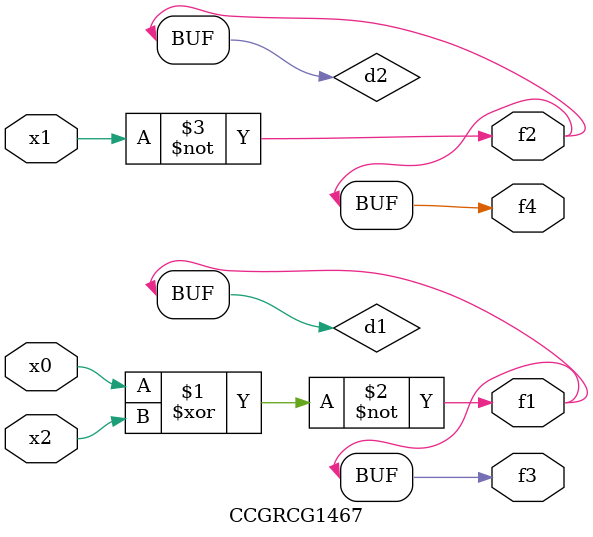
<source format=v>
module CCGRCG1467(
	input x0, x1, x2,
	output f1, f2, f3, f4
);

	wire d1, d2, d3;

	xnor (d1, x0, x2);
	nand (d2, x1);
	nor (d3, x1, x2);
	assign f1 = d1;
	assign f2 = d2;
	assign f3 = d1;
	assign f4 = d2;
endmodule

</source>
